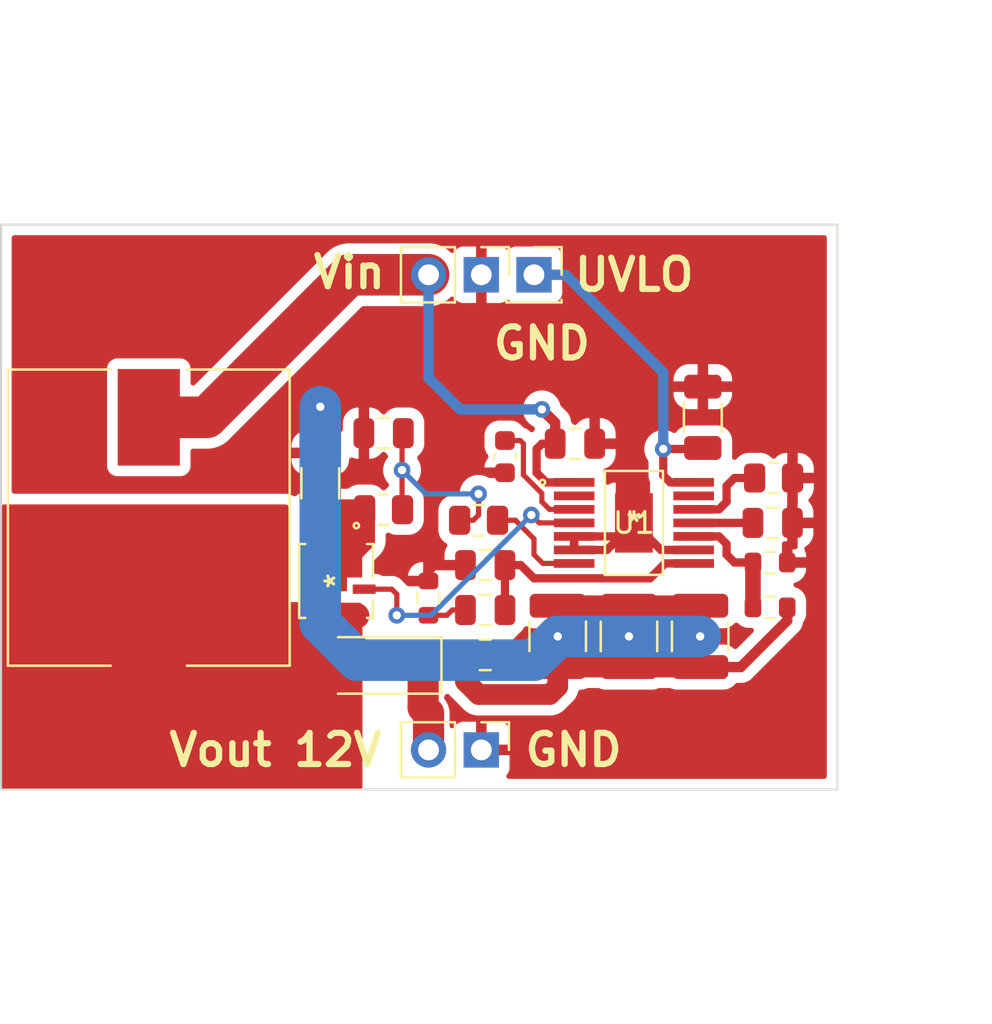
<source format=kicad_pcb>
(kicad_pcb (version 20211014) (generator pcbnew)
  (layers (0 "F.Cu" signal) (31 "B.Cu" signal) (34 "B.Paste" user) (35 "F.Paste" user) (36 "B.SilkS" user "B.Silkscreen") (37 "F.SilkS" user "F.Silkscreen") (38 "B.Mask" user) (39 "F.Mask" user) (44 "Edge.Cuts" user))
  (net 0 "")
  (net 1 "Vin")
  (net 2 "GND")
  (net 3 "Net-(Ccomp1-Pad1)")
  (net 4 "Net-(Ccomp1-Pad2)")
  (net 5 "Net-(Ccs1-Pad1)")
  (net 6 "Vout")
  (net 7 "Net-(Css1-Pad2)")
  (net 8 "Net-(Cvcc1-Pad1)")
  (net 9 "Net-(D1-Pad2)")
  (net 10 "Net-(Rfbb1-Pad1)")
  (net 11 "Net-(Rsl1-Pad1)")
  (net 12 "Net-(Rt1-Pad2)")
  (net 13 "Net-(Rcs1-Pad2)")
  (net 14 "Net-(M1-Pad9)")
  (net 17 "UVLO")
  (footprint "Resistor_SMD:R_0805_2012Metric" (layer "F.Cu") (at 74.676 109.22 180)
    (fp_text reference "Rcs1" hide)
    (fp_text value "100")
    (fp_line (start -0.227064 -0.735) (end 0.227064 -0.735) (layer "F.SilkS") (width 0.12))
    (fp_line (start -0.227064 0.735) (end 0.227064 0.735) (layer "F.SilkS") (width 0.12))
    (pad "1" smd roundrect (at -0.9125 0 180) (size 1.025 1.4) (layers "F.Cu" "F.Paste" "F.Mask") (roundrect_rratio 0.243902) (net 5 "Net-(Ccs1-Pad1)"))
    (pad "2" smd roundrect (at 0.9125 0 180) (size 1.025 1.4) (layers "F.Cu" "F.Paste" "F.Mask") (roundrect_rratio 0.243902) (net 13 "Net-(Rcs1-Pad2)"))
  )
  (footprint "Connector_PinSocket_2.54mm:PinSocket_1x01_P2.54mm_Vertical" (layer "F.Cu") (at 81.915 97.917)
    (fp_text reference "REF**" hide)
    (fp_text value "PinSocket_1x01_P2.54mm_Vertical")
    (fp_line (start 1.33 1.21) (end 1.33 1.33) (layer "F.SilkS") (width 0.12))
    (fp_line (start -1.33 1.21) (end -1.33 1.33) (layer "F.SilkS") (width 0.12))
    (fp_line (start 1.33 -1.33) (end 1.33 0) (layer "F.SilkS") (width 0.12))
    (fp_line (start -1.33 1.33) (end 1.33 1.33) (layer "F.SilkS") (width 0.12))
    (fp_line (start 0 -1.33) (end 1.33 -1.33) (layer "F.SilkS") (width 0.12))
    (pad "1" thru_hole rect (at 0 0) (size 1.7 1.7) (drill 1) (layers *.Cu *.Mask) (net 17 "UVLO"))
  )
  (footprint "Diode_SMD:D_SOD-128" (layer "F.Cu") (at 74.381 116.713 180)
    (fp_text reference "D1" hide)
    (fp_text value "D_Schottky")
    (fp_line (start -3.08 -1.36) (end -3.08 1.36) (layer "F.SilkS") (width 0.12))
    (fp_line (start -3.08 -1.36) (end 1.9 -1.36) (layer "F.SilkS") (width 0.12))
    (fp_line (start -3.08 1.36) (end 1.9 1.36) (layer "F.SilkS") (width 0.12))
    (pad "1" smd rect (at -2.2 0 180) (size 1.4 2.1) (layers "F.Cu" "F.Paste" "F.Mask") (net 6 "Vout"))
    (pad "2" smd rect (at 2.2 0 180) (size 1.4 2.1) (layers "F.Cu" "F.Paste" "F.Mask") (net 9 "Net-(D1-Pad2)"))
  )
  (footprint "Capacitor_SMD:C_0805_2012Metric" (layer "F.Cu") (at 93.406 109.855 180)
    (fp_text reference "Css1" hide)
    (fp_text value "100nF")
    (fp_line (start -0.261252 -0.735) (end 0.261252 -0.735) (layer "F.SilkS") (width 0.12))
    (fp_line (start -0.261252 0.735) (end 0.261252 0.735) (layer "F.SilkS") (width 0.12))
    (pad "1" smd roundrect (at -0.95 0 180) (size 1 1.45) (layers "F.Cu" "F.Paste" "F.Mask") (net 2 "GND"))
    (pad "2" smd roundrect (at 0.95 0 180) (size 1 1.45) (layers "F.Cu" "F.Paste" "F.Mask") (net 7 "Net-(Css1-Pad2)"))
  )
  (footprint "Connector_PinHeader_2.54mm:PinHeader_1x02_P2.54mm_Vertical" (layer "F.Cu") (at 79.38 120.777 -90)
    (fp_text reference "REF" hide)
    (fp_text value "PinHeader_1x02_P2.54mm_Vertical")
    (fp_line (start -1.33 1.27) (end -1.33 3.87) (layer "F.SilkS") (width 0.12))
    (fp_line (start -1.33 3.87) (end 1.33 3.87) (layer "F.SilkS") (width 0.12))
    (fp_line (start -1.33 -1.33) (end 0 -1.33) (layer "F.SilkS") (width 0.12))
    (fp_line (start -1.33 0) (end -1.33 -1.33) (layer "F.SilkS") (width 0.12))
    (fp_line (start -1.33 1.27) (end 1.33 1.27) (layer "F.SilkS") (width 0.12))
    (fp_line (start 1.33 1.27) (end 1.33 3.87) (layer "F.SilkS") (width 0.12))
    (pad "1" thru_hole rect (at 0 0 270) (size 1.7 1.7) (drill 1) (layers *.Cu *.Mask) (net 2 "GND"))
    (pad "2" thru_hole oval (at 0 2.54 270) (size 1.7 1.7) (drill 1) (layers *.Cu *.Mask) (net 6 "Vout"))
  )
  (footprint "Capacitor_SMD:C_0805_2012Metric" (layer "F.Cu") (at 83.886 106.045)
    (fp_text reference "Cbias1" hide)
    (fp_text value "100nF")
    (fp_line (start -0.261252 0.735) (end 0.261252 0.735) (layer "F.SilkS") (width 0.12))
    (fp_line (start -0.261252 -0.735) (end 0.261252 -0.735) (layer "F.SilkS") (width 0.12))
    (pad "1" smd roundrect (at -0.95 0) (size 1 1.45) (layers "F.Cu" "F.Paste" "F.Mask") (net 1 "Vin"))
    (pad "2" smd roundrect (at 0.95 0) (size 1 1.45) (layers "F.Cu" "F.Paste" "F.Mask") (net 2 "GND"))
  )
  (footprint "Capacitor_SMD:C_1206_3216Metric" (layer "F.Cu") (at 90.043 104.775 -90)
    (fp_text reference "Cin1" hide)
    (fp_text value "100nF")
    (fp_line (start -0.711252 0.91) (end 0.711252 0.91) (layer "F.SilkS") (width 0.12))
    (fp_line (start -0.711252 -0.91) (end 0.711252 -0.91) (layer "F.SilkS") (width 0.12))
    (pad "1" smd roundrect (at -1.475 0 270) (size 1.15 1.8) (layers "F.Cu" "F.Paste" "F.Mask") (roundrect_rratio 0.217391) (net 2 "GND"))
    (pad "2" smd roundrect (at 1.475 0 270) (size 1.15 1.8) (layers "F.Cu" "F.Paste" "F.Mask") (roundrect_rratio 0.217391) (net 17 "UVLO"))
  )
  (footprint "Capacitor_SMD:C_0603_1608Metric" (layer "F.Cu") (at 80.518 106.667 -90)
    (fp_text reference "Cvcc1" hide)
    (fp_text value "1uF")
    (fp_line (start -0.14058 -0.51) (end 0.14058 -0.51) (layer "F.SilkS") (width 0.12))
    (fp_line (start -0.14058 0.51) (end 0.14058 0.51) (layer "F.SilkS") (width 0.12))
    (pad "1" smd roundrect (at -0.775 0 270) (size 0.9 0.95) (layers "F.Cu" "F.Paste" "F.Mask") (net 8 "Net-(Cvcc1-Pad1)"))
    (pad "2" smd roundrect (at 0.775 0 270) (size 0.9 0.95) (layers "F.Cu" "F.Paste" "F.Mask") (net 2 "GND"))
  )
  (footprint "Resistor_SMD:R_1206_3216Metric" (layer "F.Cu") (at 71.628 107.95 90)
    (fp_text reference "Rcs2" hide)
    (fp_text value "30m")
    (fp_line (start -0.727064 -0.91) (end 0.727064 -0.91) (layer "F.SilkS") (width 0.12))
    (fp_line (start -0.727064 0.91) (end 0.727064 0.91) (layer "F.SilkS") (width 0.12))
    (pad "1" smd roundrect (at -1.4625 0 90) (size 1.125 1.75) (layers "F.Cu" "F.Paste" "F.Mask") (roundrect_rratio 0.222222) (net 13 "Net-(Rcs1-Pad2)"))
    (pad "2" smd roundrect (at 1.4625 0 90) (size 1.125 1.75) (layers "F.Cu" "F.Paste" "F.Mask") (roundrect_rratio 0.222222) (net 2 "GND"))
  )
  (footprint "Resistor_SMD:R_0805_2012Metric" (layer "F.Cu") (at 79.248 109.728 180)
    (fp_text reference "Rsl1" hide)
    (fp_text value "732")
    (fp_line (start -0.227064 0.735) (end 0.227064 0.735) (layer "F.SilkS") (width 0.12))
    (fp_line (start -0.227064 -0.735) (end 0.227064 -0.735) (layer "F.SilkS") (width 0.12))
    (pad "1" smd roundrect (at -0.9125 0 180) (size 1.025 1.4) (layers "F.Cu" "F.Paste" "F.Mask") (roundrect_rratio 0.243902) (net 11 "Net-(Rsl1-Pad1)"))
    (pad "2" smd roundrect (at 0.9125 0 180) (size 1.025 1.4) (layers "F.Cu" "F.Paste" "F.Mask") (roundrect_rratio 0.243902) (net 5 "Net-(Ccs1-Pad1)"))
  )
  (footprint "Capacitor_SMD:C_0805_2012Metric" (layer "F.Cu") (at 74.676 105.537 180)
    (fp_text reference "Ccs1" hide)
    (fp_text value "1nF")
    (fp_line (start -0.261252 0.735) (end 0.261252 0.735) (layer "F.SilkS") (width 0.12))
    (fp_line (start -0.261252 -0.735) (end 0.261252 -0.735) (layer "F.SilkS") (width 0.12))
    (pad "1" smd roundrect (at -0.95 0 180) (size 1 1.45) (layers "F.Cu" "F.Paste" "F.Mask") (net 5 "Net-(Ccs1-Pad1)"))
    (pad "2" smd roundrect (at 0.95 0 180) (size 1 1.45) (layers "F.Cu" "F.Paste" "F.Mask") (net 2 "GND"))
  )
  (footprint "IC:LM51561HPWPR" (layer "F.Cu") (at 86.72595 109.855)
    (fp_text reference "U1" (at 0 0) (layer "F.SilkS"))
    (fp_text value "LM51561HPWPR" hide)
    (fp_text user "*" (at 0 0) (layer "F.SilkS"))
    (fp_line (start -1.397668 -2.5) (end 1.397668 -2.5) (layer "F.SilkS") (width 0.12))
    (fp_line (start -1.397668 2.5) (end 1.397668 2.5) (layer "F.SilkS") (width 0.12))
    (fp_line (start -1.397668 2.5) (end -1.397668 -2.5) (layer "F.SilkS") (width 0.12))
    (fp_line (start 1.397668 2.5) (end 1.397668 -2.5) (layer "F.SilkS") (width 0.12))
    (fp_circle (center -4.399999 -1.950001) (end -4.274998 -1.950001) (layer "F.SilkS") (width 0.12) (fill none))
    (pad "1" smd rect locked (at -2.875384 -1.950001) (size 1.955432 0.420766) (layers "F.Cu" "F.Paste" "F.Mask") (net 1 "Vin"))
    (pad "2" smd rect locked (at -2.875384 -1.3) (size 1.955432 0.420766) (layers "F.Cu" "F.Paste" "F.Mask"))
    (pad "3" smd rect locked (at -2.875384 -0.650001) (size 1.955432 0.420766) (layers "F.Cu" "F.Paste" "F.Mask") (net 8 "Net-(Cvcc1-Pad1)"))
    (pad "4" smd rect locked (at -2.875384 0) (size 1.955432 0.420766) (layers "F.Cu" "F.Paste" "F.Mask") (net 14 "Net-(M1-Pad9)"))
    (pad "5" smd rect locked (at -2.875384 0.650001) (size 1.955432 0.420766) (layers "F.Cu" "F.Paste" "F.Mask") (net 2 "GND"))
    (pad "6" smd rect locked (at -2.875384 1.3) (size 1.955432 0.420766) (layers "F.Cu" "F.Paste" "F.Mask") (net 2 "GND"))
    (pad "7" smd rect locked (at -2.875384 1.950001) (size 1.955432 0.420766) (layers "F.Cu" "F.Paste" "F.Mask") (net 11 "Net-(Rsl1-Pad1)"))
    (pad "8" smd rect locked (at 2.875384 1.950001) (size 1.955432 0.420766) (layers "F.Cu" "F.Paste" "F.Mask") (net 4 "Net-(Ccomp1-Pad2)"))
    (pad "9" smd rect locked (at 2.875384 1.3) (size 1.955432 0.420766) (layers "F.Cu" "F.Paste" "F.Mask") (net 2 "GND"))
    (pad "10" smd rect locked (at 2.875384 0.650001) (size 1.955432 0.420766) (layers "F.Cu" "F.Paste" "F.Mask") (net 10 "Net-(Rfbb1-Pad1)"))
    (pad "11" smd rect locked (at 2.875384 0) (size 1.955432 0.420766) (layers "F.Cu" "F.Paste" "F.Mask") (net 7 "Net-(Css1-Pad2)"))
    (pad "12" smd rect locked (at 2.875384 -0.650001) (size 1.955432 0.420766) (layers "F.Cu" "F.Paste" "F.Mask") (net 12 "Net-(Rt1-Pad2)"))
    (pad "13" smd rect locked (at 2.875384 -1.3) (size 1.955432 0.420766) (layers "F.Cu" "F.Paste" "F.Mask"))
    (pad "14" smd rect locked (at 2.875384 -1.950001) (size 1.955432 0.420766) (layers "F.Cu" "F.Paste" "F.Mask") (net 17 "UVLO"))
    (pad "15" smd rect locked (at 0 0) (size 1.819999 2.859999) (layers "F.Cu" "F.Mask") (net 2 "GND"))
  )
  (footprint "Resistor_SMD:R_0805_2012Metric" (layer "F.Cu") (at 93.4485 107.696 180)
    (fp_text reference "Rt1" hide)
    (fp_text value "75k")
    (fp_line (start -0.227064 -0.735) (end 0.227064 -0.735) (layer "F.SilkS") (width 0.12))
    (fp_line (start -0.227064 0.735) (end 0.227064 0.735) (layer "F.SilkS") (width 0.12))
    (pad "1" smd roundrect (at -0.9125 0 180) (size 1.025 1.4) (layers "F.Cu" "F.Paste" "F.Mask") (roundrect_rratio 0.243902) (net 2 "GND"))
    (pad "2" smd roundrect (at 0.9125 0 180) (size 1.025 1.4) (layers "F.Cu" "F.Paste" "F.Mask") (roundrect_rratio 0.243902) (net 12 "Net-(Rt1-Pad2)"))
  )
  (footprint "Capacitor_SMD:C_1210_3225Metric" (layer "F.Cu") (at 86.487 115.316 90)
    (fp_text reference "Cout3" hide)
    (fp_text value "22uF")
    (fp_line (start -0.711252 1.36) (end 0.711252 1.36) (layer "F.SilkS") (width 0.12))
    (fp_line (start -0.711252 -1.36) (end 0.711252 -1.36) (layer "F.SilkS") (width 0.12))
    (pad "1" smd roundrect (at -1.475 0 90) (size 1.15 2.7) (layers "F.Cu" "F.Paste" "F.Mask") (roundrect_rratio 0.217391) (net 6 "Vout"))
    (pad "2" smd roundrect (at 1.475 0 90) (size 1.15 2.7) (layers "F.Cu" "F.Paste" "F.Mask") (roundrect_rratio 0.217391) (net 2 "GND"))
  )
  (footprint "Capacitor_SMD:C_0805_2012Metric" (layer "F.Cu") (at 79.568 111.887)
    (fp_text reference "Ccomp2" hide)
    (fp_text value "18nF")
    (fp_line (start -0.261252 -0.735) (end 0.261252 -0.735) (layer "F.SilkS") (width 0.12))
    (fp_line (start -0.261252 0.735) (end 0.261252 0.735) (layer "F.SilkS") (width 0.12))
    (pad "1" smd roundrect (at -0.95 0) (size 1 1.45) (layers "F.Cu" "F.Paste" "F.Mask") (net 2 "GND"))
    (pad "2" smd roundrect (at 0.95 0) (size 1 1.45) (layers "F.Cu" "F.Paste" "F.Mask") (net 4 "Net-(Ccomp1-Pad2)"))
  )
  (footprint "inductor:7443551151" (layer "F.Cu") (at 63.373 109.601 90)
    (fp_text reference "L1" hide)
    (fp_text value "7443551151" hide)
    (fp_line (start 7.1247 6.7818) (end 7.1247 1.83134) (layer "F.SilkS") (width 0.12))
    (fp_line (start 7.1247 -1.83134) (end 7.1247 -6.7818) (layer "F.SilkS") (width 0.12))
    (fp_line (start -7.1247 1.83134) (end -7.1247 6.7818) (layer "F.SilkS") (width 0.12))
    (fp_line (start -7.1247 -6.7818) (end -7.1247 -1.83134) (layer "F.SilkS") (width 0.12))
    (fp_line (start -7.1247 6.7818) (end 7.1247 6.7818) (layer "F.SilkS") (width 0.12))
    (fp_line (start 7.1247 -6.7818) (end -7.1247 -6.7818) (layer "F.SilkS") (width 0.12))
    (pad "1" smd rect locked (at -4.826 0 180) (size 2.9972 4.6482) (layers "F.Cu" "F.Paste" "F.Mask") (net 9 "Net-(D1-Pad2)"))
    (pad "2" smd rect locked (at 4.826 0 180) (size 2.9972 4.6482) (layers "F.Cu" "F.Paste" "F.Mask") (net 1 "Vin"))
  )
  (footprint "Connector_PinHeader_2.54mm:PinHeader_1x02_P2.54mm_Vertical" (layer "F.Cu") (at 79.38 97.917 -90)
    (fp_text reference "REF**" hide)
    (fp_text value "PinHeader_1x02_P2.54mm_Vertical")
    (fp_line (start -1.33 -1.33) (end 0 -1.33) (layer "F.SilkS") (width 0.12))
    (fp_line (start -1.33 1.27) (end -1.33 3.87) (layer "F.SilkS") (width 0.12))
    (fp_line (start -1.33 0) (end -1.33 -1.33) (layer "F.SilkS") (width 0.12))
    (fp_line (start -1.33 3.87) (end 1.33 3.87) (layer "F.SilkS") (width 0.12))
    (fp_line (start 1.33 1.27) (end 1.33 3.87) (layer "F.SilkS") (width 0.12))
    (fp_line (start -1.33 1.27) (end 1.33 1.27) (layer "F.SilkS") (width 0.12))
    (pad "1" thru_hole rect (at 0 0 270) (size 1.7 1.7) (drill 1) (layers *.Cu *.Mask) (net 2 "GND"))
    (pad "2" thru_hole oval (at 0 2.54 270) (size 1.7 1.7) (drill 1) (layers *.Cu *.Mask) (net 1 "Vin"))
  )
  (footprint "Capacitor_SMD:C_0805_2012Metric" (layer "F.Cu") (at 79.568 114.046)
    (fp_text reference "Ccomp1" hide)
    (fp_text value "33nF")
    (fp_line (start -0.261252 -0.735) (end 0.261252 -0.735) (layer "F.SilkS") (width 0.12))
    (fp_line (start -0.261252 0.735) (end 0.261252 0.735) (layer "F.SilkS") (width 0.12))
    (pad "1" smd roundrect (at -0.95 0) (size 1 1.45) (layers "F.Cu" "F.Paste" "F.Mask") (net 3 "Net-(Ccomp1-Pad1)"))
    (pad "2" smd roundrect (at 0.95 0) (size 1 1.45) (layers "F.Cu" "F.Paste" "F.Mask") (net 4 "Net-(Ccomp1-Pad2)"))
  )
  (footprint "Capacitor_SMD:C_1210_3225Metric" (layer "F.Cu") (at 89.916 115.316 90)
    (fp_text reference "Cout2" hide)
    (fp_text value "22uF")
    (fp_line (start -0.711252 1.36) (end 0.711252 1.36) (layer "F.SilkS") (width 0.12))
    (fp_line (start -0.711252 -1.36) (end 0.711252 -1.36) (layer "F.SilkS") (width 0.12))
    (pad "1" smd roundrect (at -1.475 0 90) (size 1.15 2.7) (layers "F.Cu" "F.Paste" "F.Mask") (roundrect_rratio 0.217391) (net 6 "Vout"))
    (pad "2" smd roundrect (at 1.475 0 90) (size 1.15 2.7) (layers "F.Cu" "F.Paste" "F.Mask") (roundrect_rratio 0.217391) (net 2 "GND"))
  )
  (footprint "N MOSFET:IQE050N08NM5CGATMA1" (layer "F.Cu") (at 72.39 112.649 -90)
    (fp_text reference "M1" hide)
    (fp_text value "IQE050N08NM5CGSC" hide)
    (fp_text user "*" (at 0 0 90) (layer "F.SilkS"))
    (fp_poly (pts (xy 1.899501 -1.149999) (xy 1.099501 -1.149999) (xy 1.099501 1.149999) (xy 1.899501 1.149999) (xy 1.899501 0.799999) (xy 1.449501 0.799999) (xy 1.449501 0.500001) (xy 1.899501 0.500001) (xy 1.899501 0.150001) (xy 1.449501 0.150001) (xy 1.449501 -0.150001) (xy 1.899501 -0.150001) (xy 1.899501 -0.500001) (xy 1.449501 -0.500001) (xy 1.449501 -0.799999) (xy 1.899501 -0.799999)) (layer "F.Cu") (width 0.1) (fill solid))
    (fp_poly (pts (xy -1.900001 -1.149999) (xy -1.200001 -1.149999) (xy -1.200001 -1.204999) (xy -0.215001 -1.204999) (xy -0.215001 -0.475) (xy 0.45 -0.475) (xy 0.450499 1.204999) (xy -1.199501 1.204999) (xy -1.199501 1.149999) (xy -1.899501 1.149999) (xy -1.899501 0.799999) (xy -1.199501 0.799999) (xy -1.200001 0.500001) (xy -1.900001 0.500001) (xy -1.900001 0.150001) (xy -1.200001 0.150001) (xy -1.200001 -0.150001) (xy -1.900001 -0.150001) (xy -1.900001 -0.500001) (xy -1.200001 -0.500001) (xy -1.200001 -0.799999) (xy -1.900001 -0.799999)) (layer "F.Cu") (width 0.1) (fill solid))
    (fp_line (start 0.952733 -1.778) (end 1.778 -1.778) (layer "F.SilkS") (width 0.12))
    (fp_line (start -1.778 -1.778) (end -0.162733 -1.778) (layer "F.SilkS") (width 0.12))
    (fp_line (start -1.778 1.778) (end -1.778 1.482739) (layer "F.SilkS") (width 0.12))
    (fp_line (start 1.778 1.778) (end -1.778 1.778) (layer "F.SilkS") (width 0.12))
    (fp_line (start 1.778 -1.778) (end 1.778 -1.482739) (layer "F.SilkS") (width 0.12))
    (fp_line (start 1.778 1.482739) (end 1.778 1.778) (layer "F.SilkS") (width 0.12))
    (fp_line (start -1.778 -1.482739) (end -1.778 -1.778) (layer "F.SilkS") (width 0.12))
    (fp_circle (center -2.6641 -0.975) (end -2.5371 -0.975) (layer "F.SilkS") (width 0.12) (fill none))
    (pad "1" smd rect locked (at -1.562501 -0.974999 270) (size 0.127 0.127) (layers "F.Cu" "F.Paste" "F.Mask") (net 13 "Net-(Rcs1-Pad2)"))
    (pad "2" smd rect locked (at -1.562501 -0.325001 270) (size 0.127 0.127) (layers "F.Cu" "F.Paste" "F.Mask") (net 13 "Net-(Rcs1-Pad2)"))
    (pad "3" smd rect locked (at -1.562501 0.325001 270) (size 0.127 0.127) (layers "F.Cu" "F.Paste" "F.Mask") (net 13 "Net-(Rcs1-Pad2)"))
    (pad "4" smd rect locked (at -1.562501 0.974999 270) (size 0.127 0.127) (layers "F.Cu" "F.Paste" "F.Mask") (net 13 "Net-(Rcs1-Pad2)"))
    (pad "5" smd rect locked (at 1.674501 0.974999 270) (size 0.127 0.127) (layers "F.Cu" "F.Paste" "F.Mask") (net 9 "Net-(D1-Pad2)"))
    (pad "6" smd rect locked (at 1.674501 0.325001 270) (size 0.127 0.127) (layers "F.Cu" "F.Paste" "F.Mask") (net 9 "Net-(D1-Pad2)"))
    (pad "7" smd rect locked (at 1.674501 -0.325001 270) (size 0.127 0.127) (layers "F.Cu" "F.Paste" "F.Mask") (net 9 "Net-(D1-Pad2)"))
    (pad "8" smd rect locked (at 1.674501 -0.974999 270) (size 0.127 0.127) (layers "F.Cu" "F.Paste" "F.Mask") (net 9 "Net-(D1-Pad2)"))
    (pad "9" smd rect locked (at 0.395 -1.35 270) (size 0.449986 1.099998) (layers "F.Cu" "F.Mask") (net 14 "Net-(M1-Pad9)"))
  )
  (footprint "Capacitor_SMD:C_1210_3225Metric" (layer "F.Cu") (at 83.058 115.316 90)
    (fp_text reference "Cout1" hide)
    (fp_text value "22uF")
    (fp_line (start -0.711252 -1.36) (end 0.711252 -1.36) (layer "F.SilkS") (width 0.12))
    (fp_line (start -0.711252 1.36) (end 0.711252 1.36) (layer "F.SilkS") (width 0.12))
    (pad "1" smd roundrect (at -1.475 0 90) (size 1.15 2.7) (layers "F.Cu" "F.Paste" "F.Mask") (roundrect_rratio 0.217391) (net 6 "Vout"))
    (pad "2" smd roundrect (at 1.475 0 90) (size 1.15 2.7) (layers "F.Cu" "F.Paste" "F.Mask") (roundrect_rratio 0.217391) (net 2 "GND"))
  )
  (footprint "Resistor_SMD:R_0603_1608Metric" (layer "F.Cu") (at 76.835 113.475 -90)
    (fp_text reference "Rcomp1" hide)
    (fp_text value "3k")
    (fp_line (start -0.237258 0.5225) (end 0.237258 0.5225) (layer "F.SilkS") (width 0.12))
    (fp_line (start -0.237258 -0.5225) (end 0.237258 -0.5225) (layer "F.SilkS") (width 0.12))
    (pad "1" smd roundrect (at -0.825 0 270) (size 0.8 0.95) (layers "F.Cu" "F.Paste" "F.Mask") (net 2 "GND"))
    (pad "2" smd roundrect (at 0.825 0 270) (size 0.8 0.95) (layers "F.Cu" "F.Paste" "F.Mask") (net 3 "Net-(Ccomp1-Pad1)"))
  )
  (footprint "Capacitor_SMD:C_0805_2012Metric" (layer "F.Cu") (at 79.568 116.205)
    (fp_text reference "Coutx1" hide)
    (fp_text value "1uF")
    (fp_line (start -0.261252 0.735) (end 0.261252 0.735) (layer "F.SilkS") (width 0.12))
    (fp_line (start -0.261252 -0.735) (end 0.261252 -0.735) (layer "F.SilkS") (width 0.12))
    (pad "1" smd roundrect (at -0.95 0) (size 1 1.45) (layers "F.Cu" "F.Paste" "F.Mask") (net 6 "Vout"))
    (pad "2" smd roundrect (at 0.95 0) (size 1 1.45) (layers "F.Cu" "F.Paste" "F.Mask") (net 2 "GND"))
  )
  (footprint "Resistor_SMD:R_0603_1608Metric" (layer "F.Cu") (at 93.281 113.919)
    (fp_text reference "Rfbt1" hide)
    (fp_text value "27.4k")
    (fp_line (start -0.237258 -0.5225) (end 0.237258 -0.5225) (layer "F.SilkS") (width 0.12))
    (fp_line (start -0.237258 0.5225) (end 0.237258 0.5225) (layer "F.SilkS") (width 0.12))
    (pad "1" smd roundrect (at -0.825 0) (size 0.8 0.95) (layers "F.Cu" "F.Paste" "F.Mask") (net 10 "Net-(Rfbb1-Pad1)"))
    (pad "2" smd roundrect (at 0.825 0) (size 0.8 0.95) (layers "F.Cu" "F.Paste" "F.Mask") (net 6 "Vout"))
  )
  (footprint "Resistor_SMD:R_0603_1608Metric" (layer "F.Cu") (at 93.281 111.76)
    (fp_text reference "Rfbb1" hide)
    (fp_text value "2.49k")
    (fp_line (start -0.237258 -0.5225) (end 0.237258 -0.5225) (layer "F.SilkS") (width 0.12))
    (fp_line (start -0.237258 0.5225) (end 0.237258 0.5225) (layer "F.SilkS") (width 0.12))
    (pad "1" smd roundrect (at -0.825 0) (size 0.8 0.95) (layers "F.Cu" "F.Paste" "F.Mask") (net 10 "Net-(Rfbb1-Pad1)"))
    (pad "2" smd roundrect (at 0.825 0) (size 0.8 0.95) (layers "F.Cu" "F.Paste" "F.Mask") (net 2 "GND"))
  )
  (gr_rect (start 56.261 95.504) (end 96.52 122.682) (layer "Edge.Cuts") (width 0.1) (fill none))
  (gr_text "Vout 12V" (at 69.469 120.777) (layer "F.SilkS") (effects (font (size 1.5 1.5) (thickness 0.3))))
  (gr_text "GND" (at 82.296 101.219) (layer "F.SilkS") (effects (font (size 1.5 1.5) (thickness 0.3))))
  (gr_text "UVLO" (at 86.741 97.917) (layer "F.SilkS") (effects (font (size 1.5 1.5) (thickness 0.3))))
  (gr_text "GND" (at 83.82 120.777) (layer "F.SilkS") (effects (font (size 1.5 1.5) (thickness 0.3))))
  (gr_text "Vin" (at 73.025 97.79) (layer "F.SilkS") (effects (font (size 1.5 1.5) (thickness 0.3))))
  (segment (start 82.936 105.034) (end 82.296 104.394) (width 0.5) (layer "F.Cu") (net 1))
  (segment (start 82.042 107.442) (end 82.042 106.299) (width 0.4) (layer "F.Cu") (net 1))
  (segment (start 66.167 104.775) (end 63.373 104.775) (width 2) (layer "F.Cu") (net 1))
  (segment (start 83.850566 107.904999) (end 82.504999 107.904999) (width 0.4) (layer "F.Cu") (net 1))
  (segment (start 82.504999 107.904999) (end 82.042 107.442) (width 0.4) (layer "F.Cu") (net 1))
  (segment (start 76.84 97.917) (end 73.025 97.917) (width 2) (layer "F.Cu") (net 1))
  (segment (start 82.296 106.045) (end 82.936 106.045) (width 0.4) (layer "F.Cu") (net 1))
  (segment (start 82.042 106.299) (end 82.296 106.045) (width 0.4) (layer "F.Cu") (net 1))
  (segment (start 82.936 106.045) (end 82.936 105.034) (width 0.5) (layer "F.Cu") (net 1))
  (segment (start 73.025 97.917) (end 66.167 104.775) (width 2) (layer "F.Cu") (net 1))
  (via (at 82.296 104.394) (size 0.8) (drill 0.4) (layers "F.Cu" "B.Cu") (net 1))
  (segment (start 76.84 102.875) (end 76.84 97.917) (width 0.5) (layer "B.Cu") (net 1))
  (segment (start 82.296 104.394) (end 78.359 104.394) (width 0.5) (layer "B.Cu") (net 1))
  (segment (start 78.359 104.394) (end 76.84 102.875) (width 0.5) (layer "B.Cu") (net 1))
  (segment (start 71.628 104.267) (end 71.628 106.4875) (width 2) (layer "F.Cu") (net 2))
  (segment (start 76.835 112.141) (end 76.835 112.65) (width 0.5) (layer "F.Cu") (net 2))
  (segment (start 85.42595 111.155) (end 86.72595 109.855) (width 0.4) (layer "F.Cu") (net 2))
  (segment (start 77.089 111.887) (end 76.835 112.141) (width 0.5) (layer "F.Cu") (net 2))
  (segment (start 88.02595 111.155) (end 86.72595 109.855) (width 0.4) (layer "F.Cu") (net 2))
  (segment (start 83.058 113.841) (end 86.487 113.841) (width 1) (layer "F.Cu") (net 2))
  (segment (start 83.850566 111.155) (end 85.42595 111.155) (width 0.4) (layer "F.Cu") (net 2))
  (segment (start 78.618 111.887) (end 77.089 111.887) (width 0.5) (layer "F.Cu") (net 2))
  (segment (start 86.487 113.841) (end 86.487 115.316) (width 1) (layer "F.Cu") (net 2))
  (segment (start 81.407 115.316) (end 83.058 115.316) (width 0.5) (layer "F.Cu") (net 2))
  (segment (start 80.518 116.205) (end 81.407 115.316) (width 0.5) (layer "F.Cu") (net 2))
  (segment (start 89.601334 111.155) (end 88.02595 111.155) (width 0.4) (layer "F.Cu") (net 2))
  (segment (start 86.487 113.841) (end 89.916 113.841) (width 1) (layer "F.Cu") (net 2))
  (segment (start 89.916 113.841) (end 89.916 115.316) (width 1) (layer "F.Cu") (net 2))
  (segment (start 83.850566 110.505001) (end 86.075949 110.505001) (width 0.4) (layer "F.Cu") (net 2))
  (segment (start 83.058 113.841) (end 83.058 115.316) (width 1) (layer "F.Cu") (net 2))
  (segment (start 86.075949 110.505001) (end 86.72595 109.855) (width 0.4) (layer "F.Cu") (net 2))
  (via (at 71.628 104.267) (size 1.25) (drill 0.4) (layers "F.Cu" "B.Cu") (net 2))
  (via (at 83.058 115.316) (size 1) (drill 0.4) (layers "F.Cu" "B.Cu") (net 2))
  (via (at 89.916 115.316) (size 1) (drill 0.4) (layers "F.Cu" "B.Cu") (net 2))
  (via (at 86.487 115.316) (size 1) (drill 0.4) (layers "F.Cu" "B.Cu") (net 2))
  (segment (start 71.628 114.681) (end 73.406 116.459) (width 2) (layer "B.Cu") (net 2))
  (segment (start 71.628 104.267) (end 71.628 114.681) (width 2) (layer "B.Cu") (net 2))
  (segment (start 81.915 116.459) (end 83.058 115.316) (width 2) (layer "B.Cu") (net 2))
  (segment (start 83.058 115.316) (end 86.487 115.316) (width 2) (layer "B.Cu") (net 2))
  (segment (start 86.487 115.316) (end 89.916 115.316) (width 2) (layer "B.Cu") (net 2))
  (segment (start 73.406 116.459) (end 81.915 116.459) (width 2) (layer "B.Cu") (net 2))
  (segment (start 77.978 114.046) (end 77.724 114.3) (width 0.25) (layer "F.Cu") (net 3))
  (segment (start 78.618 114.046) (end 77.978 114.046) (width 0.25) (layer "F.Cu") (net 3))
  (segment (start 77.724 114.3) (end 76.835 114.3) (width 0.25) (layer "F.Cu") (net 3))
  (segment (start 87.503 112.522) (end 81.915 112.522) (width 0.4) (layer "F.Cu") (net 4))
  (segment (start 88.219999 111.805001) (end 87.503 112.522) (width 0.4) (layer "F.Cu") (net 4))
  (segment (start 81.915 112.522) (end 81.28 111.887) (width 0.4) (layer "F.Cu") (net 4))
  (segment (start 81.28 111.887) (end 80.518 111.887) (width 0.4) (layer "F.Cu") (net 4))
  (segment (start 80.518 111.887) (end 80.518 114.046) (width 0.4) (layer "F.Cu") (net 4))
  (segment (start 89.601334 111.805001) (end 88.219999 111.805001) (width 0.4) (layer "F.Cu") (net 4))
  (segment (start 75.565 105.598) (end 75.626 105.537) (width 0.25) (layer "F.Cu") (net 5))
  (segment (start 75.565 109.0695) (end 75.5885 109.093) (width 0.25) (layer "F.Cu") (net 5))
  (segment (start 75.565 107.315) (end 75.565 109.0695) (width 0.25) (layer "F.Cu") (net 5))
  (segment (start 79.248 108.458) (end 79.248 109.474) (width 0.25) (layer "F.Cu") (net 5))
  (segment (start 75.565 107.315) (end 75.565 105.598) (width 0.25) (layer "F.Cu") (net 5))
  (segment (start 79.248 109.474) (end 78.994 109.728) (width 0.25) (layer "F.Cu") (net 5))
  (segment (start 78.994 109.728) (end 78.3355 109.728) (width 0.25) (layer "F.Cu") (net 5))
  (via (at 79.248 108.458) (size 0.8) (drill 0.4) (layers "F.Cu" "B.Cu") (net 5))
  (via (at 75.565 107.315) (size 0.8) (drill 0.4) (layers "F.Cu" "B.Cu") (net 5))
  (segment (start 76.708 108.458) (end 79.248 108.458) (width 0.25) (layer "B.Cu") (net 5))
  (segment (start 75.565 107.315) (end 76.708 108.458) (width 0.25) (layer "B.Cu") (net 5))
  (segment (start 76.581 116.713) (end 76.581 118.745) (width 1.5) (layer "F.Cu") (net 6))
  (segment (start 94.106 114.555) (end 91.87 116.791) (width 0.5) (layer "F.Cu") (net 6))
  (segment (start 94.106 113.919) (end 94.106 114.555) (width 0.5) (layer "F.Cu") (net 6))
  (segment (start 79.248 118.11) (end 78.618 117.48) (width 1) (layer "F.Cu") (net 6))
  (segment (start 83.058 117.729) (end 82.677 118.11) (width 1) (layer "F.Cu") (net 6))
  (segment (start 89.916 116.791) (end 86.487 116.791) (width 1) (layer "F.Cu") (net 6))
  (segment (start 86.487 116.791) (end 83.058 116.791) (width 1) (layer "F.Cu") (net 6))
  (segment (start 78.618 117.48) (end 78.618 116.205) (width 1) (layer "F.Cu") (net 6))
  (segment (start 77.47 116.713) (end 76.581 116.713) (width 1) (layer "F.Cu") (net 6))
  (segment (start 83.058 116.791) (end 83.058 117.729) (width 1) (layer "F.Cu") (net 6))
  (segment (start 76.581 118.745) (end 76.84 119.004) (width 1.5) (layer "F.Cu") (net 6))
  (segment (start 77.978 116.205) (end 77.47 116.713) (width 1) (layer "F.Cu") (net 6))
  (segment (start 91.87 116.791) (end 89.916 116.791) (width 0.5) (layer "F.Cu") (net 6))
  (segment (start 76.84 119.004) (end 76.84 120.777) (width 1.5) (layer "F.Cu") (net 6))
  (segment (start 78.618 116.205) (end 77.978 116.205) (width 1) (layer "F.Cu") (net 6))
  (segment (start 82.677 118.11) (end 79.248 118.11) (width 1) (layer "F.Cu") (net 6))
  (segment (start 89.601334 109.855) (end 92.456 109.855) (width 0.4) (layer "F.Cu") (net 7))
  (segment (start 82.661999 109.204999) (end 82.296 108.839) (width 0.25) (layer "F.Cu") (net 8))
  (segment (start 82.296 108.437784) (end 81.407 107.548784) (width 0.25) (layer "F.Cu") (net 8))
  (segment (start 81.254 105.892) (end 80.518 105.892) (width 0.25) (layer "F.Cu") (net 8))
  (segment (start 82.296 108.839) (end 82.296 108.437784) (width 0.25) (layer "F.Cu") (net 8))
  (segment (start 81.407 106.045) (end 81.254 105.892) (width 0.25) (layer "F.Cu") (net 8))
  (segment (start 83.850566 109.204999) (end 82.661999 109.204999) (width 0.25) (layer "F.Cu") (net 8))
  (segment (start 81.407 107.548784) (end 81.407 106.045) (width 0.25) (layer "F.Cu") (net 8))
  (segment (start 73.364999 114.323501) (end 72.715001 114.323501) (width 1.25) (layer "F.Cu") (net 9))
  (segment (start 72.715001 114.323501) (end 72.064999 114.323501) (width 1.25) (layer "F.Cu") (net 9))
  (segment (start 72.064999 114.323501) (end 71.415001 114.323501) (width 1.25) (layer "F.Cu") (net 9))
  (segment (start 91.186 111.379) (end 91.567 111.76) (width 0.4) (layer "F.Cu") (net 10))
  (segment (start 91.186 110.871) (end 91.186 111.379) (width 0.4) (layer "F.Cu") (net 10))
  (segment (start 89.601334 110.505001) (end 90.820001 110.505001) (width 0.4) (layer "F.Cu") (net 10))
  (segment (start 92.456 113.919) (end 92.456 111.76) (width 0.75) (layer "F.Cu") (net 10))
  (segment (start 90.820001 110.505001) (end 91.186 110.871) (width 0.4) (layer "F.Cu") (net 10))
  (segment (start 91.567 111.76) (end 92.456 111.76) (width 0.4) (layer "F.Cu") (net 10))
  (segment (start 81.026 109.728) (end 80.1605 109.728) (width 0.25) (layer "F.Cu") (net 11))
  (segment (start 82.341001 111.805001) (end 81.915 111.379) (width 0.25) (layer "F.Cu") (net 11))
  (segment (start 83.850566 111.805001) (end 82.341001 111.805001) (width 0.25) (layer "F.Cu") (net 11))
  (segment (start 81.026 109.736614) (end 81.026 109.728) (width 0.25) (layer "F.Cu") (net 11))
  (segment (start 81.915 110.625614) (end 81.026 109.736614) (width 0.25) (layer "F.Cu") (net 11))
  (segment (start 81.915 111.379) (end 81.915 110.625614) (width 0.25) (layer "F.Cu") (net 11))
  (segment (start 91.567 107.696) (end 92.536 107.696) (width 0.4) (layer "F.Cu") (net 12))
  (segment (start 90.820001 109.204999) (end 91.186 108.839) (width 0.4) (layer "F.Cu") (net 12))
  (segment (start 91.186 108.077) (end 91.567 107.696) (width 0.4) (layer "F.Cu") (net 12))
  (segment (start 89.601334 109.204999) (end 90.820001 109.204999) (width 0.4) (layer "F.Cu") (net 12))
  (segment (start 91.186 108.839) (end 91.186 108.077) (width 0.4) (layer "F.Cu") (net 12))
  (segment (start 73.364999 110.321999) (end 72.4555 109.4125) (width 1) (layer "F.Cu") (net 13))
  (segment (start 73.364999 111.086499) (end 73.364999 110.321999) (width 1) (layer "F.Cu") (net 13))
  (segment (start 72.064999 109.849499) (end 71.628 109.4125) (width 0.25) (layer "F.Cu") (net 13))
  (segment (start 72.064999 111.086499) (end 72.064999 109.849499) (width 1) (layer "F.Cu") (net 13))
  (segment (start 72.715001 111.086499) (end 72.715001 110.499501) (width 1) (layer "F.Cu") (net 13))
  (segment (start 73.364999 111.086499) (end 72.715001 111.086499) (width 1) (layer "F.Cu") (net 13))
  (segment (start 72.064999 111.086499) (end 71.415001 111.086499) (width 1) (layer "F.Cu") (net 13))
  (segment (start 73.7635 109.22) (end 71.8205 109.22) (width 1) (layer "F.Cu") (net 13))
  (segment (start 72.715001 110.499501) (end 71.628 109.4125) (width 1) (layer "F.Cu") (net 13))
  (segment (start 71.415001 109.625499) (end 71.628 109.4125) (width 0.25) (layer "F.Cu") (net 13))
  (segment (start 72.4555 109.4125) (end 71.628 109.4125) (width 0.25) (layer "F.Cu") (net 13))
  (segment (start 73.7635 109.22) (end 73.7635 110.687998) (width 1) (layer "F.Cu") (net 13))
  (segment (start 72.715001 111.086499) (end 72.064999 111.086499) (width 1) (layer "F.Cu") (net 13))
  (segment (start 73.7635 110.687998) (end 73.364999 111.086499) (width 1) (layer "F.Cu") (net 13))
  (segment (start 71.8205 109.22) (end 71.628 109.4125) (width 0.25) (layer "F.Cu") (net 13))
  (segment (start 71.415001 111.086499) (end 71.415001 109.625499) (width 1) (layer "F.Cu") (net 13))
  (segment (start 83.850566 109.855) (end 82.169 109.855) (width 0.25) (layer "F.Cu") (net 14))
  (segment (start 82.169 109.855) (end 81.788 109.474) (width 0.25) (layer "F.Cu") (net 14))
  (segment (start 75.311 113.284) (end 75.071 113.044) (width 0.25) (layer "F.Cu") (net 14))
  (segment (start 75.071 113.044) (end 73.74 113.044) (width 0.25) (layer "F.Cu") (net 14))
  (segment (start 75.311 114.3) (end 75.311 113.284) (width 0.25) (layer "F.Cu") (net 14))
  (via (at 81.788 109.474) (size 0.8) (drill 0.4) (layers "F.Cu" "B.Cu") (net 14))
  (via (at 75.311 114.3) (size 0.8) (drill 0.4) (layers "F.Cu" "B.Cu") (net 14))
  (segment (start 76.962 114.3) (end 75.311 114.3) (width 0.25) (layer "B.Cu") (net 14))
  (segment (start 81.788 109.474) (end 76.962 114.3) (width 0.25) (layer "B.Cu") (net 14))
  (segment (start 88.138 107.569) (end 88.473999 107.904999) (width 0.4) (layer "F.Cu") (net 17))
  (segment (start 88.138 106.299) (end 88.138 107.569) (width 0.4) (layer "F.Cu") (net 17))
  (segment (start 88.473999 107.904999) (end 89.601334 107.904999) (width 0.4) (layer "F.Cu") (net 17))
  (segment (start 89.994 106.299) (end 90.043 106.25) (width 0.4) (layer "F.Cu") (net 17))
  (segment (start 88.138 106.299) (end 89.994 106.299) (width 0.4) (layer "F.Cu") (net 17))
  (via (at 88.138 106.299) (size 0.8) (drill 0.4) (layers "F.Cu" "B.Cu") (net 17))
  (segment (start 83.439 97.917) (end 81.915 97.917) (width 0.5) (layer "B.Cu") (net 17))
  (segment (start 88.138 106.299) (end 88.138 102.616) (width 0.5) (layer "B.Cu") (net 17))
  (segment (start 88.138 102.616) (end 83.439 97.917) (width 0.5) (layer "B.Cu") (net 17))
  (zone (net 9) (net_name "Net-(D1-Pad2)") (layer "F.Cu") (priority 1) (connect_pads yes (clearance 0)) (min_thickness 0.254) (fill yes (thermal_gap 0.508) (thermal_bridge_width 0.508))
    (polygon (pts (xy 70.104 113.665) (xy 73.66 113.665) (xy 73.66 122.682) (xy 56.261 122.682) (xy 56.261 108.966) (xy 70.104 108.966)))
  )
  (zone (net 2) (net_name "GND") (layer "F.Cu") (connect_pads yes (clearance 0.508)) (min_thickness 0.254) (fill yes (thermal_gap 0.508) (thermal_bridge_width 0.508))
    (polygon (pts (xy 87.503 111.252) (xy 85.852 111.252) (xy 85.852 107.696) (xy 87.503 107.696)))
  )
  (zone (net 2) (net_name "GND") (layer "F.Cu") (connect_pads (clearance 0.508)) (min_thickness 0.254) (fill yes (thermal_gap 0.508) (thermal_bridge_width 0.508))
    (polygon (pts (xy 96.52 122.682) (xy 56.261 122.682) (xy 56.261 95.504) (xy 96.52 95.504)))
  )
)
</source>
